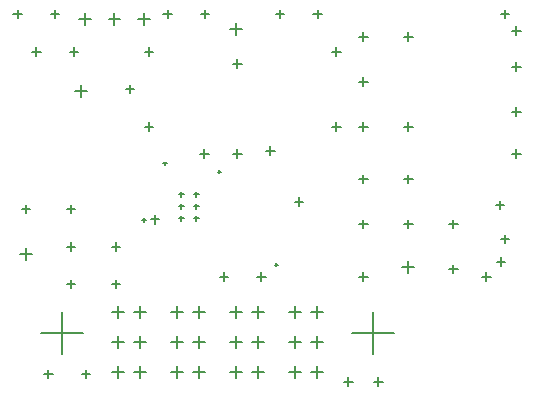
<source format=gbr>
%TF.GenerationSoftware,Altium Limited,Altium Designer,24.2.2 (26)*%
G04 Layer_Color=128*
%FSLAX45Y45*%
%MOMM*%
%TF.SameCoordinates,E368293F-65CA-4DDE-B1C5-A9725366A021*%
%TF.FilePolarity,Positive*%
%TF.FileFunction,Drillmap*%
%TF.Part,Single*%
G01*
G75*
%TA.AperFunction,NonConductor*%
%ADD34C,0.12700*%
D34*
X1244400Y2590800D02*
X1346400D01*
X1295400Y2539800D02*
Y2641800D01*
X1274800Y3200400D02*
X1374800D01*
X1324800Y3150400D02*
Y3250400D01*
X1524800Y3200400D02*
X1624800D01*
X1574800Y3150400D02*
Y3250400D01*
X1774800Y3200400D02*
X1874800D01*
X1824800Y3150400D02*
Y3250400D01*
X3584710Y538800D02*
X3940710D01*
X3762710Y360800D02*
Y716800D01*
X956710Y538800D02*
X1312710D01*
X1134710Y360800D02*
Y716800D01*
X1740710Y208800D02*
X1844710D01*
X1792710Y156800D02*
Y260800D01*
X1552710Y208800D02*
X1656710D01*
X1604710Y156800D02*
Y260800D01*
X1740710Y462800D02*
X1844710D01*
X1792710Y410800D02*
Y514800D01*
X1552710Y462800D02*
X1656710D01*
X1604710Y410800D02*
Y514800D01*
X1740710Y716800D02*
X1844710D01*
X1792710Y664800D02*
Y768800D01*
X1552710Y716800D02*
X1656710D01*
X1604710Y664800D02*
Y768800D01*
X3240710Y208800D02*
X3344710D01*
X3292710Y156800D02*
Y260800D01*
X3052710Y208800D02*
X3156710D01*
X3104710Y156800D02*
Y260800D01*
X3240710Y462800D02*
X3344710D01*
X3292710Y410800D02*
Y514800D01*
X3052710Y462800D02*
X3156710D01*
X3104710Y410800D02*
Y514800D01*
X3240710Y716800D02*
X3344710D01*
X3292710Y664800D02*
Y768800D01*
X3052710Y716800D02*
X3156710D01*
X3104710Y664800D02*
Y768800D01*
X2740710Y208800D02*
X2844710D01*
X2792710Y156800D02*
Y260800D01*
X2552710Y208800D02*
X2656710D01*
X2604710Y156800D02*
Y260800D01*
X2740710Y462800D02*
X2844710D01*
X2792710Y410800D02*
Y514800D01*
X2552710Y462800D02*
X2656710D01*
X2604710Y410800D02*
Y514800D01*
X2740710Y716800D02*
X2844710D01*
X2792710Y664800D02*
Y768800D01*
X2552710Y716800D02*
X2656710D01*
X2604710Y664800D02*
Y768800D01*
X2240710Y208800D02*
X2344710D01*
X2292710Y156800D02*
Y260800D01*
X2052710Y208800D02*
X2156710D01*
X2104710Y156800D02*
Y260800D01*
X2240710Y462800D02*
X2344710D01*
X2292710Y410800D02*
Y514800D01*
X2052710Y462800D02*
X2156710D01*
X2104710Y410800D02*
Y514800D01*
X2240710Y716800D02*
X2344710D01*
X2292710Y664800D02*
Y768800D01*
X2052710Y716800D02*
X2156710D01*
X2104710Y664800D02*
Y768800D01*
X2552500Y3111500D02*
X2654500D01*
X2603500Y3060500D02*
Y3162500D01*
X4013000Y1094740D02*
X4115000D01*
X4064000Y1043740D02*
Y1145740D01*
X774500Y1206500D02*
X876500D01*
X825500Y1155500D02*
Y1257500D01*
X4847590Y3238500D02*
X4918710D01*
X4883150Y3202940D02*
Y3274060D01*
X4847590Y1333500D02*
X4918710D01*
X4883150Y1297940D02*
Y1369060D01*
X4688840Y1016000D02*
X4759960D01*
X4724400Y980440D02*
Y1051560D01*
X3260090Y3238500D02*
X3331210D01*
X3295650Y3202940D02*
Y3274060D01*
X3418840Y2921000D02*
X3489960D01*
X3454400Y2885440D02*
Y2956560D01*
X3418840Y2286000D02*
X3489960D01*
X3454400Y2250440D02*
Y2321560D01*
X2942590Y3238500D02*
X3013710D01*
X2978150Y3202940D02*
Y3274060D01*
X3101340Y1651000D02*
X3172460D01*
X3136900Y1615440D02*
Y1686560D01*
X2783840Y1016000D02*
X2854960D01*
X2819400Y980440D02*
Y1051560D01*
X2307590Y3238500D02*
X2378710D01*
X2343150Y3202940D02*
Y3274060D01*
X2466340Y1016000D02*
X2537460D01*
X2501900Y980440D02*
Y1051560D01*
X1990090Y3238500D02*
X2061210D01*
X2025650Y3202940D02*
Y3274060D01*
X1831340Y2921000D02*
X1902460D01*
X1866900Y2885440D02*
Y2956560D01*
X1672590Y2603500D02*
X1743710D01*
X1708150Y2567940D02*
Y2639060D01*
X1831340Y2286000D02*
X1902460D01*
X1866900Y2250440D02*
Y2321560D01*
X1037590Y3238500D02*
X1108710D01*
X1073150Y3202940D02*
Y3274060D01*
X1196340Y2921000D02*
X1267460D01*
X1231900Y2885440D02*
Y2956560D01*
X720090Y3238500D02*
X791210D01*
X755650Y3202940D02*
Y3274060D01*
X878840Y2921000D02*
X949960D01*
X914400Y2885440D02*
Y2956560D01*
X1885309Y1500052D02*
X1956429D01*
X1920869Y1464492D02*
Y1535612D01*
X2301240Y2057400D02*
X2372360D01*
X2336800Y2021840D02*
Y2092960D01*
X4942840Y3098800D02*
X5013960D01*
X4978400Y3063240D02*
Y3134360D01*
X4942840Y2794000D02*
X5013960D01*
X4978400Y2758440D02*
Y2829560D01*
X4942840Y2057400D02*
X5013960D01*
X4978400Y2021840D02*
Y2092960D01*
X4942840Y2413000D02*
X5013960D01*
X4978400Y2377440D02*
Y2448560D01*
X4810838Y1143628D02*
X4881958D01*
X4846398Y1108068D02*
Y1179188D01*
X4804303Y1622919D02*
X4875423D01*
X4839863Y1587359D02*
Y1658479D01*
X1988956Y1975173D02*
X2019436D01*
X2004196Y1959933D02*
Y1990413D01*
X4409440Y1079500D02*
X4480560D01*
X4445000Y1043940D02*
Y1115060D01*
X4409440Y1460500D02*
X4480560D01*
X4445000Y1424940D02*
Y1496060D01*
X4028440Y3048000D02*
X4099560D01*
X4064000Y3012440D02*
Y3083560D01*
X3647440Y3048000D02*
X3718560D01*
X3683000Y3012440D02*
Y3083560D01*
X1808474Y1492828D02*
X1838954D01*
X1823714Y1477588D02*
Y1508068D01*
X3774440Y127000D02*
X3845560D01*
X3810000Y91440D02*
Y162560D01*
X3520440Y127000D02*
X3591560D01*
X3556000Y91440D02*
Y162560D01*
X1297940Y190500D02*
X1369060D01*
X1333500Y154940D02*
Y226060D01*
X980440Y190500D02*
X1051560D01*
X1016000Y154940D02*
Y226060D01*
X1551940Y952500D02*
X1623060D01*
X1587500Y916940D02*
Y988060D01*
X1170940Y952500D02*
X1242060D01*
X1206500Y916940D02*
Y988060D01*
X789940Y1587500D02*
X861060D01*
X825500Y1551940D02*
Y1623060D01*
X1170940Y1587500D02*
X1242060D01*
X1206500Y1551940D02*
Y1623060D01*
X1170940Y1270000D02*
X1242060D01*
X1206500Y1234440D02*
Y1305560D01*
X1551940Y1270000D02*
X1623060D01*
X1587500Y1234440D02*
Y1305560D01*
X3647440Y2667000D02*
X3718560D01*
X3683000Y2631440D02*
Y2702560D01*
X4028440Y2286000D02*
X4099560D01*
X4064000Y2250440D02*
Y2321560D01*
X3647440Y2286000D02*
X3718560D01*
X3683000Y2250440D02*
Y2321560D01*
X4028440Y1841500D02*
X4099560D01*
X4064000Y1805940D02*
Y1877060D01*
X4028440Y1460500D02*
X4099560D01*
X4064000Y1424940D02*
Y1496060D01*
X3647440Y1841500D02*
X3718560D01*
X3683000Y1805940D02*
Y1877060D01*
X3647440Y1460500D02*
X3718560D01*
X3683000Y1424940D02*
Y1496060D01*
X3647440Y1016000D02*
X3718560D01*
X3683000Y980440D02*
Y1051560D01*
X2860040Y2082800D02*
X2931160D01*
X2895600Y2047240D02*
Y2118360D01*
X2580640Y2057400D02*
X2651760D01*
X2616200Y2021840D02*
Y2092960D01*
X2580640Y2819400D02*
X2651760D01*
X2616200Y2783840D02*
Y2854960D01*
X2931160Y1117600D02*
X2961640D01*
X2946400Y1102360D02*
Y1132840D01*
X2448560Y1905000D02*
X2479040D01*
X2463800Y1889760D02*
Y1920240D01*
X2246140Y1508760D02*
X2286780D01*
X2266460Y1488440D02*
Y1529080D01*
X2121940Y1508760D02*
X2162580D01*
X2142260Y1488440D02*
Y1529080D01*
X2246140Y1610360D02*
X2286780D01*
X2266460Y1590040D02*
Y1630680D01*
X2121940Y1610360D02*
X2162580D01*
X2142260Y1590040D02*
Y1630680D01*
X2246140Y1711960D02*
X2286780D01*
X2266460Y1691640D02*
Y1732280D01*
X2121940Y1711960D02*
X2162580D01*
X2142260Y1691640D02*
Y1732280D01*
%TF.MD5,5b89d3ed926f48a2575bbed9a15bf385*%
M02*

</source>
